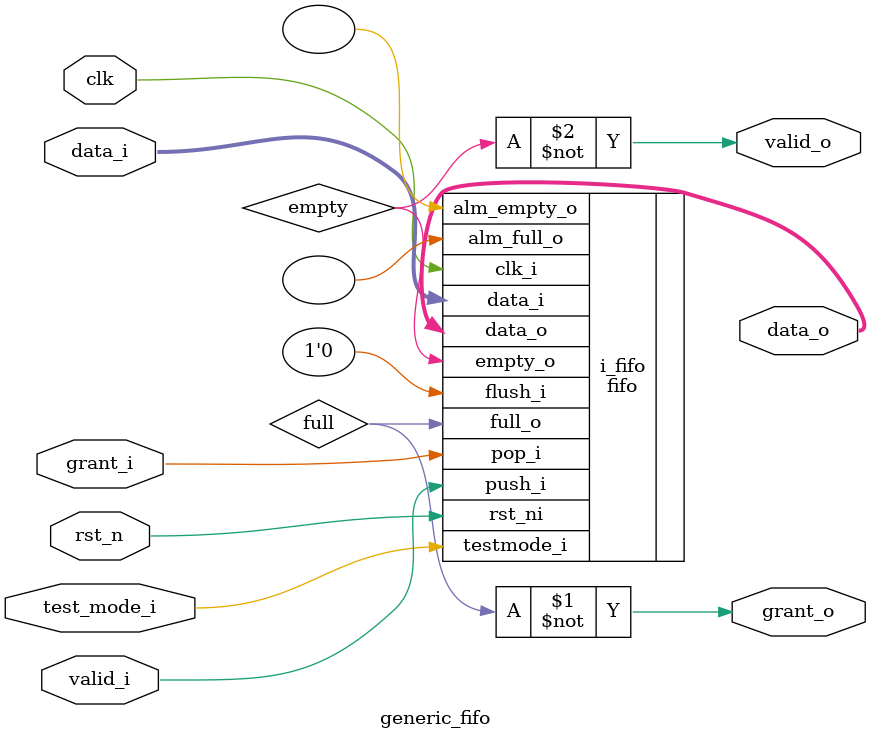
<source format=sv>

module generic_fifo #(
  parameter int unsigned DATA_WIDTH = 32,
  parameter int unsigned DATA_DEPTH = 8
)(
  input  logic                  clk,
  input  logic                  rst_n,
  //PUSH SIDE
  input  logic [DATA_WIDTH-1:0] data_i,
  input  logic                  valid_i,
  output logic                  grant_o,
  //POP SIDE
  output logic [DATA_WIDTH-1:0] data_o,
  output logic                  valid_o,
  input  logic                  grant_i,

  input  logic                  test_mode_i
);

  logic full, empty;
  assign grant_o = ~full;
  assign valid_o = ~empty;

  fifo #(
    .DATA_WIDTH ( DATA_WIDTH ),
    .DEPTH      ( DATA_DEPTH )
  ) i_fifo (
    .clk_i       ( clk          ),
    .rst_ni      ( rst_n        ),
    .flush_i     ( 1'b0         ),
    .testmode_i  ( test_mode_i  ),
    .full_o      ( full         ),
    .empty_o     ( empty        ),
    .alm_full_o  (              ),
    .alm_empty_o (              ),
    .data_i      ( data_i       ),
    .push_i      ( valid_i      ),
    .data_o      ( data_o       ),
    .pop_i       ( grant_i      )
  );

endmodule

</source>
